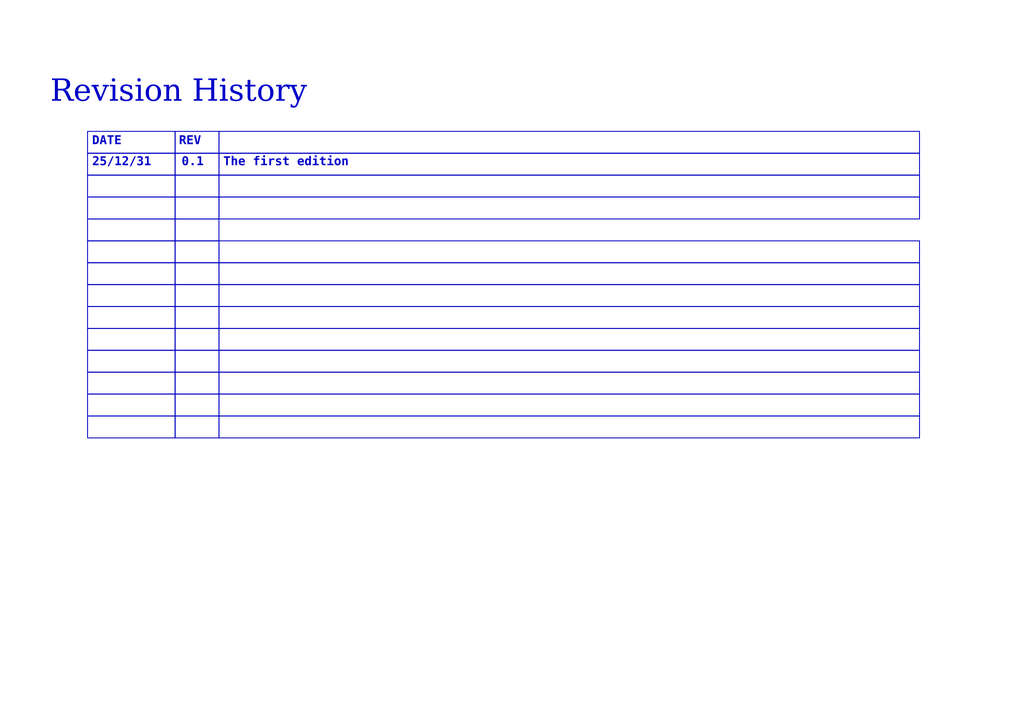
<source format=kicad_sch>
(kicad_sch
	(version 20250114)
	(generator "eeschema")
	(generator_version "9.0")
	(uuid "3f3c8460-7382-487b-8fee-fc5b3e41e875")
	(paper "A4")
	(lib_symbols)
	(rectangle
		(start 25.4 76.2)
		(end 50.8 82.55)
		(stroke
			(width 0.254)
			(type default)
		)
		(fill
			(type none)
		)
		(uuid 092438e8-00c9-460d-bbe1-c158b091a9e2)
	)
	(rectangle
		(start 25.4 82.55)
		(end 50.8 88.9)
		(stroke
			(width 0.254)
			(type default)
		)
		(fill
			(type none)
		)
		(uuid 121ab44a-4210-470e-852f-6f1345fe38de)
	)
	(rectangle
		(start 50.8 101.6)
		(end 63.5 107.95)
		(stroke
			(width 0.254)
			(type default)
		)
		(fill
			(type none)
		)
		(uuid 13f592eb-210f-4cc1-b52f-a22de5c9685f)
	)
	(rectangle
		(start 25.4 57.15)
		(end 50.8 63.5)
		(stroke
			(width 0.254)
			(type default)
		)
		(fill
			(type none)
		)
		(uuid 149b4251-ebbc-47e4-b52a-9f6b93289368)
	)
	(rectangle
		(start 50.8 57.15)
		(end 63.5 63.5)
		(stroke
			(width 0.254)
			(type default)
		)
		(fill
			(type none)
		)
		(uuid 161dda04-3521-4e6d-ae68-c7aef9faa674)
	)
	(rectangle
		(start 25.4 107.95)
		(end 50.8 114.3)
		(stroke
			(width 0.254)
			(type default)
		)
		(fill
			(type none)
		)
		(uuid 1670d61c-8c6e-4f42-9d9a-56b69e86f8f7)
	)
	(rectangle
		(start 50.8 50.8)
		(end 63.5 57.15)
		(stroke
			(width 0.254)
			(type default)
		)
		(fill
			(type none)
		)
		(uuid 2ab817d3-8f46-4dfd-b7b7-4ab3a14a5b16)
	)
	(rectangle
		(start 50.8 76.2)
		(end 63.5 82.55)
		(stroke
			(width 0.254)
			(type default)
		)
		(fill
			(type none)
		)
		(uuid 331f8571-ff54-462e-9d19-903af0d43d54)
	)
	(rectangle
		(start 50.8 82.55)
		(end 63.5 88.9)
		(stroke
			(width 0.254)
			(type default)
		)
		(fill
			(type none)
		)
		(uuid 37bdf860-fc44-462c-b87f-af6d43c7f77c)
	)
	(rectangle
		(start 25.4 88.9)
		(end 50.8 95.25)
		(stroke
			(width 0.254)
			(type default)
		)
		(fill
			(type none)
		)
		(uuid 3e71c141-de4e-4189-b1f3-aa2286420baf)
	)
	(rectangle
		(start 25.4 120.65)
		(end 50.8 127)
		(stroke
			(width 0.254)
			(type default)
		)
		(fill
			(type none)
		)
		(uuid 434988de-738c-495b-9271-b262dfdb6481)
	)
	(rectangle
		(start 50.8 114.3)
		(end 63.5 120.65)
		(stroke
			(width 0.254)
			(type default)
		)
		(fill
			(type none)
		)
		(uuid 47578f27-a4a1-45eb-a607-3ac6327f7117)
	)
	(rectangle
		(start 25.4 114.3)
		(end 50.8 120.65)
		(stroke
			(width 0.254)
			(type default)
		)
		(fill
			(type none)
		)
		(uuid 5d4a8e01-67b5-4dac-9951-e8223a403d02)
	)
	(rectangle
		(start 25.4 44.45)
		(end 50.8 50.8)
		(stroke
			(width 0.254)
			(type default)
		)
		(fill
			(type none)
		)
		(uuid 691c96c6-e133-42cc-ab14-a10592b0ebd4)
	)
	(rectangle
		(start 50.8 95.25)
		(end 63.5 101.6)
		(stroke
			(width 0.254)
			(type default)
		)
		(fill
			(type none)
		)
		(uuid 6a503074-6c66-454f-b27b-c426302d73cf)
	)
	(rectangle
		(start 25.4 50.8)
		(end 50.8 57.15)
		(stroke
			(width 0.254)
			(type default)
		)
		(fill
			(type none)
		)
		(uuid 6d0404a2-0a55-4ec6-a070-f2d2490587d2)
	)
	(rectangle
		(start 50.8 38.1)
		(end 63.5 44.45)
		(stroke
			(width 0.254)
			(type default)
		)
		(fill
			(type none)
		)
		(uuid 70a581d2-8d25-4c9a-b2cd-af5b5cdfc612)
	)
	(rectangle
		(start 50.8 63.5)
		(end 63.5 69.85)
		(stroke
			(width 0.254)
			(type default)
		)
		(fill
			(type none)
		)
		(uuid 815b20e9-7737-4a06-9c28-10dd1dcce4dc)
	)
	(rectangle
		(start 50.8 120.65)
		(end 63.5 127)
		(stroke
			(width 0.254)
			(type default)
		)
		(fill
			(type none)
		)
		(uuid 8ec59d45-e01d-4a2c-b3ed-c8da9979582e)
	)
	(rectangle
		(start 25.4 101.6)
		(end 50.8 107.95)
		(stroke
			(width 0.254)
			(type default)
		)
		(fill
			(type none)
		)
		(uuid 90d8a2a7-f8bc-4a60-ab1c-29af141d2939)
	)
	(rectangle
		(start 25.4 63.5)
		(end 50.8 69.85)
		(stroke
			(width 0.254)
			(type default)
		)
		(fill
			(type none)
		)
		(uuid 9214691d-4379-4b82-b7b6-44e2a17ae8a5)
	)
	(rectangle
		(start 25.4 38.1)
		(end 50.8 44.45)
		(stroke
			(width 0.254)
			(type default)
		)
		(fill
			(type none)
		)
		(uuid a0068098-683d-4898-bfb5-cbb217152285)
	)
	(rectangle
		(start 50.8 107.95)
		(end 63.5 114.3)
		(stroke
			(width 0.254)
			(type default)
		)
		(fill
			(type none)
		)
		(uuid bbd9580e-029f-4bda-b158-bc854f136b33)
	)
	(rectangle
		(start 50.8 88.9)
		(end 63.5 95.25)
		(stroke
			(width 0.254)
			(type default)
		)
		(fill
			(type none)
		)
		(uuid bd3596b0-7562-48f8-bc23-e0ef72c00f6c)
	)
	(rectangle
		(start 50.8 69.85)
		(end 63.5 76.2)
		(stroke
			(width 0.254)
			(type default)
		)
		(fill
			(type none)
		)
		(uuid db1df175-e668-4d59-acd2-41c138893ad5)
	)
	(rectangle
		(start 25.4 69.85)
		(end 50.8 76.2)
		(stroke
			(width 0.254)
			(type default)
		)
		(fill
			(type none)
		)
		(uuid e238b713-b6d5-4cb3-8910-b0aa6fe3465d)
	)
	(rectangle
		(start 25.4 95.25)
		(end 50.8 101.6)
		(stroke
			(width 0.254)
			(type default)
		)
		(fill
			(type none)
		)
		(uuid e899ca13-5de7-41f8-8524-bb4796328a08)
	)
	(rectangle
		(start 50.8 44.45)
		(end 63.5 50.8)
		(stroke
			(width 0.254)
			(type default)
		)
		(fill
			(type none)
		)
		(uuid f21fb3f1-991c-4569-a990-e069a1c34b23)
	)
	(text "The first edition"
		(exclude_from_sim no)
		(at 64.77 47.752 0)
		(effects
			(font
				(face "Courier New")
				(size 2.54 2.54)
				(thickness 0.508)
				(bold yes)
			)
			(justify left)
		)
		(uuid "03f54943-0e8b-4317-b60f-bd51d80042bf")
	)
	(text "Revision History"
		(exclude_from_sim no)
		(at 51.816 28.448 0)
		(effects
			(font
				(face "Times New Roman")
				(size 6.35 6.35)
				(italic yes)
			)
		)
		(uuid "19254c40-6597-4620-9176-1136c68b58c4")
	)
	(text "REV"
		(exclude_from_sim no)
		(at 55.118 41.656 0)
		(effects
			(font
				(face "Courier New")
				(size 2.54 2.54)
				(thickness 0.254)
				(bold yes)
			)
		)
		(uuid "4cd5f21b-09d2-4992-9957-905ee35862ca")
	)
	(text "25/12/31"
		(exclude_from_sim no)
		(at 35.306 47.752 0)
		(effects
			(font
				(face "Courier New")
				(size 2.54 2.54)
				(thickness 0.508)
				(bold yes)
			)
		)
		(uuid "4e7f2688-aa2e-401e-adef-08f70fd975e5")
	)
	(text "0.1"
		(exclude_from_sim no)
		(at 55.88 47.752 0)
		(effects
			(font
				(face "Courier New")
				(size 2.54 2.54)
				(thickness 0.508)
				(bold yes)
			)
		)
		(uuid "c7ab64d3-0a91-4109-80ac-9746db139b75")
	)
	(text "DATE"
		(exclude_from_sim no)
		(at 30.988 41.656 0)
		(effects
			(font
				(face "Courier New")
				(size 2.54 2.54)
				(thickness 0.254)
				(bold yes)
			)
		)
		(uuid "d493c6c8-f6ff-4f74-bb84-7db6714c7f3e")
	)
	(text_box ""
		(exclude_from_sim no)
		(at 63.5 44.45 0)
		(size 203.2 6.35)
		(margins 1.0795 1.0795 1.0795 1.0795)
		(stroke
			(width 0.254)
			(type default)
		)
		(fill
			(type none)
		)
		(effects
			(font
				(size 1.27 1.27)
				(thickness 0.254)
				(bold yes)
			)
			(justify left top)
		)
		(uuid "40407303-4a58-469c-8818-580a2aa6f921")
	)
	(text_box ""
		(exclude_from_sim no)
		(at 63.5 76.2 0)
		(size 203.2 6.35)
		(margins 1.0795 1.0795 1.0795 1.0795)
		(stroke
			(width 0.254)
			(type default)
		)
		(fill
			(type none)
		)
		(effects
			(font
				(size 1.27 1.27)
				(thickness 0.254)
				(bold yes)
			)
			(justify left top)
		)
		(uuid "6273f9a7-662e-4d6c-84a8-f969c7becd59")
	)
	(text_box ""
		(exclude_from_sim no)
		(at 63.5 82.55 0)
		(size 203.2 6.35)
		(margins 1.0795 1.0795 1.0795 1.0795)
		(stroke
			(width 0.254)
			(type default)
		)
		(fill
			(type none)
		)
		(effects
			(font
				(size 1.27 1.27)
				(thickness 0.254)
				(bold yes)
			)
			(justify left top)
		)
		(uuid "9273f513-2c06-46a0-968b-1e4c8fce416b")
	)
	(text_box ""
		(exclude_from_sim no)
		(at 63.5 38.1 0)
		(size 203.2 6.35)
		(margins 1.0795 1.0795 1.0795 1.0795)
		(stroke
			(width 0.254)
			(type default)
		)
		(fill
			(type none)
		)
		(effects
			(font
				(size 1.27 1.27)
				(thickness 0.254)
				(bold yes)
			)
			(justify left top)
		)
		(uuid "a9f57cbe-986f-4adb-b49a-256cecb372bf")
	)
	(text_box ""
		(exclude_from_sim no)
		(at 63.5 50.8 0)
		(size 203.2 6.35)
		(margins 1.0795 1.0795 1.0795 1.0795)
		(stroke
			(width 0.254)
			(type default)
		)
		(fill
			(type none)
		)
		(effects
			(font
				(size 1.27 1.27)
				(thickness 0.254)
				(bold yes)
			)
			(justify left top)
		)
		(uuid "bb185c36-30b8-44b5-9d75-f496f16ee467")
	)
	(text_box ""
		(exclude_from_sim no)
		(at 63.5 107.95 0)
		(size 203.2 6.35)
		(margins 1.0795 1.0795 1.0795 1.0795)
		(stroke
			(width 0.254)
			(type default)
		)
		(fill
			(type none)
		)
		(effects
			(font
				(size 1.27 1.27)
				(thickness 0.254)
				(bold yes)
			)
			(justify left top)
		)
		(uuid "c7483e6b-8ad2-4e41-be4b-1e5ff29c6b69")
	)
	(text_box ""
		(exclude_from_sim no)
		(at 63.5 69.85 0)
		(size 203.2 6.35)
		(margins 1.0795 1.0795 1.0795 1.0795)
		(stroke
			(width 0.254)
			(type default)
		)
		(fill
			(type none)
		)
		(effects
			(font
				(size 1.27 1.27)
				(thickness 0.254)
				(bold yes)
			)
			(justify left top)
		)
		(uuid "d05e1027-162d-46a2-a318-ea1eda379907")
	)
	(text_box ""
		(exclude_from_sim no)
		(at 63.5 57.15 0)
		(size 203.2 6.35)
		(margins 1.0795 1.0795 1.0795 1.0795)
		(stroke
			(width 0.254)
			(type default)
		)
		(fill
			(type none)
		)
		(effects
			(font
				(size 1.27 1.27)
				(thickness 0.254)
				(bold yes)
			)
			(justify left top)
		)
		(uuid "dcb073ee-6ba0-481b-9cb9-3dc1d276d72f")
	)
	(text_box ""
		(exclude_from_sim no)
		(at 63.5 120.65 0)
		(size 203.2 6.35)
		(margins 1.0795 1.0795 1.0795 1.0795)
		(stroke
			(width 0.254)
			(type default)
		)
		(fill
			(type none)
		)
		(effects
			(font
				(size 1.27 1.27)
				(thickness 0.254)
				(bold yes)
			)
			(justify left top)
		)
		(uuid "ddbcf67d-2df0-407b-9c51-d8a184853ef3")
	)
	(text_box ""
		(exclude_from_sim no)
		(at 63.5 101.6 0)
		(size 203.2 6.35)
		(margins 1.0795 1.0795 1.0795 1.0795)
		(stroke
			(width 0.254)
			(type default)
		)
		(fill
			(type none)
		)
		(effects
			(font
				(size 1.27 1.27)
				(thickness 0.254)
				(bold yes)
			)
			(justify left top)
		)
		(uuid "e56a56c7-845d-4f7e-8661-2dc65ee3cb84")
	)
	(text_box ""
		(exclude_from_sim no)
		(at 63.5 88.9 0)
		(size 203.2 6.35)
		(margins 1.0795 1.0795 1.0795 1.0795)
		(stroke
			(width 0.254)
			(type default)
		)
		(fill
			(type none)
		)
		(effects
			(font
				(size 1.27 1.27)
				(thickness 0.254)
				(bold yes)
			)
			(justify left top)
		)
		(uuid "e5d576b9-ba3d-48a4-a2c8-bf5915c67cc7")
	)
	(text_box ""
		(exclude_from_sim no)
		(at 63.5 114.3 0)
		(size 203.2 6.35)
		(margins 1.0795 1.0795 1.0795 1.0795)
		(stroke
			(width 0.254)
			(type default)
		)
		(fill
			(type none)
		)
		(effects
			(font
				(size 1.27 1.27)
				(thickness 0.254)
				(bold yes)
			)
			(justify left top)
		)
		(uuid "fe7afbac-dc96-4862-9a9f-2ca4c032774d")
	)
	(text_box ""
		(exclude_from_sim no)
		(at 63.5 95.25 0)
		(size 203.2 6.35)
		(margins 1.0795 1.0795 1.0795 1.0795)
		(stroke
			(width 0.254)
			(type default)
		)
		(fill
			(type none)
		)
		(effects
			(font
				(size 1.27 1.27)
				(thickness 0.254)
				(bold yes)
			)
			(justify left top)
		)
		(uuid "fe9ea0e1-6893-44ed-9451-2400304c9e4c")
	)
)

</source>
